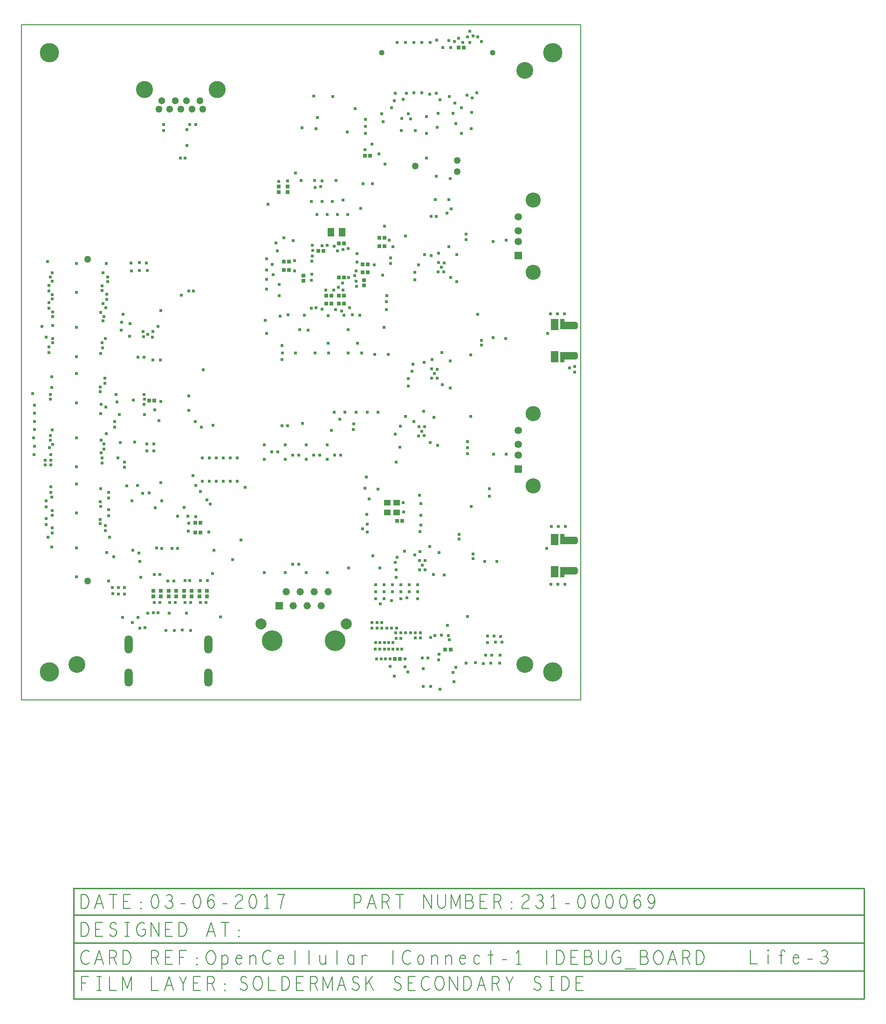
<source format=gbr>
G04 ================== begin FILE IDENTIFICATION RECORD ==================*
G04 Layout Name:  OC_Connect-1_DEBUG_Life-3.brd*
G04 Film Name:    smse.gbr*
G04 File Format:  Gerber RS274X*
G04 File Origin:  Cadence Allegro 16.6-2015-S065*
G04 Origin Date:  Mon Mar 06 16:55:42 2017*
G04 *
G04 Layer:  VIA CLASS/SOLDERMASK_BOTTOM*
G04 Layer:  PIN/SOLDERMASK_BOTTOM*
G04 Layer:  PACKAGE GEOMETRY/SOLDERMASK_BOTTOM*
G04 Layer:  DRAWING FORMAT/SMSE*
G04 Layer:  DRAWING FORMAT/FILM_LABEL_OUTLINE*
G04 Layer:  BOARD GEOMETRY/OUTLINE*
G04 Layer:  BOARD GEOMETRY/SOLDERMASK_BOTTOM*
G04 *
G04 Offset:    (0.000 0.000)*
G04 Mirror:    No*
G04 Mode:      Positive*
G04 Rotation:  0*
G04 FullContactRelief:  No*
G04 UndefLineWidth:     6.000*
G04 ================== end FILE IDENTIFICATION RECORD ====================*
%FSLAX25Y25*MOIN*%
%IR0*IPPOS*OFA0.00000B0.00000*MIA0B0*SFA1.00000B1.00000*%
%AMMACRO28*
4,1,23,-.062008,.035925,
.050071,.035925,
.052666,.035031,
.055067,.0337,
.0572,.031973,
.059001,.029901,
.060415,.027548,
.061398,.024985,
.061922,.022291,
.062008,.020645,
.062008,.000397,
.061769,-.002338,
.061058,-.004989,
.059898,-.007477,
.058324,-.009726,
.056383,-.011667,
.054134,-.013242,
.051646,-.014402,
.048995,-.015112,
.047984,-.015257,
-.034449,-.015257,
-.034449,-.035926,
-.062008,-.035926,
-.062008,.035925,
0.0*
%
%ADD28MACRO28*%
%ADD14O,.059X.13*%
%ADD11C,.12*%
%AMMACRO32*
4,1,23,-.062008,-.035926,
.050071,-.035926,
.052666,-.035032,
.055067,-.033701,
.0572,-.031974,
.059001,-.029902,
.060415,-.027549,
.061398,-.024986,
.061922,-.022292,
.062008,-.020646,
.062008,-.000398,
.061769,.002337,
.061058,.004988,
.059898,.007476,
.058324,.009725,
.056383,.011666,
.054134,.013241,
.051646,.014401,
.048995,.015111,
.047984,.015256,
-.034449,.015256,
-.034449,.035925,
-.062008,.035925,
-.062008,-.035926,
0.0*
%
%ADD32MACRO32*%
%ADD31C,.108*%
%ADD21C,.148*%
%ADD17C,.122047*%
%ADD10C,.137795*%
%ADD12C,.05*%
%ADD13C,.024*%
%ADD23R,.051X.059*%
%ADD19C,.052*%
%ADD30C,.053*%
%ADD24C,.04016*%
%ADD18R,.052X.052*%
%ADD15R,.025X.025*%
%ADD29R,.053X.053*%
%ADD20C,.079*%
%ADD16C,.051181*%
%ADD25C,.04937*%
%ADD22R,.045276X.043307*%
%ADD26R,.019685X.023622*%
%ADD27R,.055118X.07874*%
%ADD33C,.01*%
%ADD34C,.006*%
G75*
%LPD*%
G75*
G54D10*
X20000Y20000D03*
Y462677D03*
X380000Y20000D03*
Y462677D03*
G54D20*
X171226Y54508D03*
X232210D03*
G54D11*
X39718Y25300D03*
X360000D03*
Y450000D03*
G54D30*
X355118Y174942D03*
Y182816D03*
Y192659D03*
Y327642D03*
Y335516D03*
Y345359D03*
G54D12*
X47218Y84875D03*
Y315125D03*
G54D21*
X179218Y42500D03*
X224218D03*
G54D22*
X261653Y141000D03*
X268346D03*
X261653Y134000D03*
X268346D03*
G54D13*
X39218Y88000D03*
Y166750D03*
Y154500D03*
Y133750D03*
Y108750D03*
X21000Y152500D03*
Y148500D03*
X21500Y144875D03*
X22000Y135500D03*
Y132000D03*
Y123000D03*
Y119500D03*
X56300Y141700D03*
X56550Y138450D03*
X56500Y151000D03*
X56300Y129100D03*
X56400Y125900D03*
X9000Y175500D03*
X60000Y120900D03*
X57500Y169500D03*
Y173000D03*
X21000Y168000D03*
X17000D03*
X21000Y171500D03*
X17000D03*
X21000Y175375D03*
X17532Y125480D03*
Y129620D03*
Y142220D03*
Y138080D03*
X21500Y109500D03*
X60100Y124700D03*
X19000Y116500D03*
X39218Y245500D03*
X56736Y247700D03*
X39218Y233250D03*
Y212500D03*
Y187500D03*
X21500Y223500D03*
X22225Y182662D03*
X19787Y180293D03*
X8000Y219000D03*
X60250Y209250D03*
X56350Y223850D03*
X56400Y220475D03*
X57000Y185825D03*
X56876Y176845D03*
X21500Y231000D03*
X22100Y193000D03*
X59500Y226500D03*
Y230000D03*
X56945Y211315D03*
X56500Y204725D03*
X9200Y193300D03*
X20500Y215000D03*
Y218500D03*
X8500Y187500D03*
X9200Y181500D03*
Y199100D03*
Y210600D03*
Y204900D03*
X59000Y179500D03*
X20503Y185594D03*
X20500Y188994D03*
X59000Y183000D03*
X14500Y267000D03*
X39218Y266250D03*
Y291250D03*
Y312000D03*
X22218Y255250D03*
Y258400D03*
Y267850D03*
Y274150D03*
Y277300D03*
X22000Y286625D03*
Y289775D03*
Y299350D03*
X57736Y255500D03*
X57836Y251700D03*
X58218Y270875D03*
Y283475D03*
X60436Y280325D03*
X57736Y292800D03*
X57626Y296198D03*
X58218Y305525D03*
X22000Y305500D03*
X20600Y302375D03*
X19500Y279900D03*
Y283900D03*
Y292500D03*
Y296500D03*
X59037Y274175D03*
X56675Y277175D03*
X18500Y313500D03*
X19500Y248500D03*
Y252500D03*
X60000Y258275D03*
X17500Y259500D03*
X103118Y49659D03*
X109118Y49700D03*
X114918Y50100D03*
X121018Y49659D03*
X72250Y59000D03*
X62218Y85032D03*
X90118Y62100D03*
X85153Y87565D03*
X117918Y62200D03*
X105682Y62000D03*
X94798Y89700D03*
X98938D03*
X104600Y85000D03*
X109034Y85200D03*
X116917Y85299D03*
X120333D03*
X127917D03*
X132800Y85300D03*
X97716Y62390D03*
X94318Y62500D03*
X84518Y51500D03*
X88218Y51600D03*
X79387Y55432D03*
X83318Y59000D03*
X73718Y75700D03*
X73618Y80500D03*
X69318Y75800D03*
X69418Y80500D03*
X65118Y75900D03*
X65100Y80500D03*
X94868Y69650D03*
X99008D03*
X105918Y69700D03*
X110058D03*
X116918D03*
X121058D03*
X127918D03*
X132058D03*
X66000Y102500D03*
X84518Y99000D03*
X129218Y156400D03*
X100387Y108300D03*
X107649D03*
X111618Y131282D03*
X69000Y173000D03*
X99500Y155500D03*
X86700Y147800D03*
X75400Y152900D03*
X116400Y137800D03*
X124500Y153500D03*
X84000Y105000D03*
X61000Y105500D03*
X124500Y131000D03*
X119168Y120750D03*
X119518Y126300D03*
X111618Y108300D03*
X122500Y160500D03*
X128000Y149000D03*
X73500Y166500D03*
X79000Y142500D03*
X100118D03*
X95500Y137500D03*
X96450Y108800D03*
X79500Y107000D03*
X83000Y153500D03*
X73500Y170000D03*
X132500Y143000D03*
X129418Y173000D03*
X62204Y148520D03*
Y135920D03*
Y144380D03*
Y131780D03*
X62800Y116300D03*
X91200Y148100D03*
X119000Y131500D03*
X119718Y217500D03*
X124218Y199000D03*
X87918Y204000D03*
X87718Y211500D03*
X87818Y215100D03*
X83218Y244900D03*
X60500Y190500D03*
X69800Y204200D03*
X70500Y184000D03*
X81000Y184500D03*
X98218Y199740D03*
X128500Y195000D03*
X95187Y207500D03*
X119718Y207000D03*
X99418Y242932D03*
X93918D03*
X87718Y245200D03*
X79950Y214500D03*
X68200Y213000D03*
X87618Y218500D03*
X66500Y195000D03*
Y199000D03*
X67600Y218500D03*
X130000Y236000D03*
X99500Y213500D03*
X89500Y178000D03*
X94500D03*
Y183000D03*
X89500D03*
X93518Y259500D03*
X93818Y263500D03*
X87018D03*
X87118Y259700D03*
X90418Y261500D03*
X114418Y289500D03*
X99500Y278300D03*
X72618Y275800D03*
X60500Y312000D03*
X61000Y286500D03*
Y290000D03*
X61500Y299000D03*
Y302500D03*
X77418Y259900D03*
X71300Y264250D03*
X71600Y270000D03*
X119568Y292450D03*
X122968D03*
X97718Y266900D03*
X77518Y269200D03*
X78518Y306800D03*
X84418Y307100D03*
X89818D03*
X89418Y312500D03*
X84218Y312700D03*
X78418Y312500D03*
X113500Y387500D03*
X117000D03*
X118418Y407677D03*
Y396400D03*
X101557Y411443D03*
X120242Y411206D03*
X101557Y407151D03*
X124534Y411206D03*
X136500Y90500D03*
X142126Y59500D03*
X203700Y91000D03*
X173700D03*
X188700D03*
X194090Y97100D03*
X198400D03*
X151000Y100500D03*
X154218Y156400D03*
X149218D03*
X144218D03*
X139218D03*
X134218D03*
X160100Y152200D03*
X156874Y114500D03*
X134000Y120000D03*
X135000Y140000D03*
X203718Y171900D03*
X188718D03*
X134418Y173000D03*
X154418D03*
X149418D03*
X144418D03*
X139418D03*
X173718Y171900D03*
X194036Y174900D03*
X198346D03*
X137500Y107000D03*
X203700Y182400D03*
X188700D03*
X195961Y247900D03*
X186449D03*
X200962Y197700D03*
X190118Y196200D03*
X173700Y182400D03*
X186150Y196100D03*
X186118Y243500D03*
X137000Y196500D03*
X179036Y177500D03*
X183346D03*
X184150Y289200D03*
X184250Y297200D03*
X175250Y293800D03*
Y300600D03*
Y307400D03*
Y315400D03*
X179835Y303906D03*
X179401Y311265D03*
X195318Y313900D03*
X195118Y306700D03*
X186218Y253400D03*
X202200Y275200D03*
X174400Y271400D03*
X190700Y275500D03*
X175418Y262000D03*
X199018Y264700D03*
X205018Y264500D03*
X185018Y274400D03*
X200000Y371500D03*
X182087Y326700D03*
X194218Y328232D03*
X187718Y330417D03*
X176118Y354500D03*
X182918Y321100D03*
X183900Y370800D03*
X190200Y370900D03*
X196000Y376800D03*
X200500Y409000D03*
X274218Y23732D03*
X266718Y16968D03*
X263550Y24000D03*
X253800Y29500D03*
X257118D03*
X260218D03*
X263550D03*
X274218D03*
X276218Y20000D03*
X256436Y94500D03*
X251320Y103200D03*
X268118Y51500D03*
X254118Y51400D03*
X257618D03*
X261118D03*
X264618Y51500D03*
X250618Y55400D03*
X254118D03*
X274718Y48000D03*
X271218D03*
X267718Y48100D03*
X250618Y51400D03*
X271200Y44100D03*
X257618Y55400D03*
X267800Y44100D03*
X268618Y102000D03*
X267118Y98500D03*
X267850Y93200D03*
Y87700D03*
X271318Y72300D03*
X259318D03*
X253318D03*
X277318Y77300D03*
X271318D03*
X265318D03*
X259318D03*
X253318D03*
X277318Y82300D03*
X271318D03*
X265318D03*
X259318D03*
X253318D03*
X275718Y73100D03*
X256718Y68853D03*
X264718Y70987D03*
X253300Y41000D03*
X268900Y36500D03*
X265718D03*
X262600D03*
X272100D03*
X259500Y41000D03*
X262600D03*
X265718D03*
X256400D03*
X253000Y36300D03*
X256400Y36500D03*
X259500D03*
X234000Y94500D03*
X218700Y91000D03*
X247250Y125700D03*
Y120100D03*
X244018Y122232D03*
X246950Y132800D03*
X267818Y170200D03*
X254818Y150768D03*
X273247Y134484D03*
X274000Y106400D03*
X245518Y151500D03*
X246518Y159500D03*
X218718Y171900D03*
X224036Y174900D03*
X228346D03*
X213346D03*
X209036D03*
X248618Y143800D03*
X273000Y141000D03*
X218700Y182400D03*
X252662Y247000D03*
X233693Y247900D03*
X262174Y247000D03*
X219583Y247900D03*
X210071D03*
X243205D03*
X274518Y202868D03*
X254984Y205604D03*
X247110D03*
X239236D03*
X231362D03*
X223488D03*
X227518Y200668D03*
X276550Y224300D03*
Y229800D03*
X270550Y180800D03*
X267350Y190200D03*
X271018Y195700D03*
X237487Y197468D03*
X221618Y192800D03*
X237318Y193532D03*
X233887Y301900D03*
X260887Y278900D03*
X261249Y288900D03*
X260987Y284700D03*
X258318Y303778D03*
X217718Y293000D03*
X229818Y293100D03*
X239318Y306800D03*
X239618Y295700D03*
X207228Y300038D03*
X207918Y317300D03*
X252218Y311000D03*
X229618Y298100D03*
X219218Y255200D03*
X264018Y312147D03*
Y316152D03*
X240318Y255100D03*
X226518Y294900D03*
X239118Y299300D03*
X239818Y312950D03*
X207718Y304400D03*
X238318Y303500D03*
X230718Y274900D03*
X219218Y274700D03*
X239918Y319000D03*
X259418Y266500D03*
X207768Y313850D03*
X223218Y293000D03*
X224568Y279150D03*
X228950Y278104D03*
X234500Y280500D03*
X233518Y264700D03*
X207118Y280200D03*
X236500Y275500D03*
X210736Y280300D03*
X242018Y274900D03*
X214989Y279471D03*
X215000Y371200D03*
X274618Y331700D03*
X225918Y347168D03*
X218697D03*
X211218Y347200D03*
X222418Y356468D03*
X214918D03*
X207418D03*
X262918Y328700D03*
X259587Y338600D03*
X225918Y321200D03*
X255500Y390500D03*
X244300Y369100D03*
X251000Y369000D03*
X209700Y371400D03*
X224800Y371300D03*
X260000Y383000D03*
X229818Y322100D03*
X208418Y321300D03*
X230018Y357500D03*
X242718Y351500D03*
X233318Y347200D03*
X223613Y324500D03*
X218718Y325200D03*
X214818Y324800D03*
X233518Y322800D03*
X207828Y325190D03*
X265700Y324100D03*
X214000Y367200D03*
X209900Y366500D03*
X257532Y418969D03*
X276468Y419032D03*
X211500Y416500D03*
X210457Y408400D03*
X245500Y393500D03*
X267200Y433700D03*
X275400D03*
X238700Y422800D03*
X258500Y413500D03*
X264500Y423500D03*
X273000Y429500D03*
X208900Y431600D03*
X271500Y407000D03*
X266500Y428500D03*
X246000Y405132D03*
Y410131D03*
X250700Y397300D03*
X246000Y415131D03*
X232800Y406000D03*
X272100Y415600D03*
X222500Y431500D03*
X268698Y470100D03*
X274604D03*
X309218Y13032D03*
X310518Y23500D03*
X290718Y30000D03*
X286718D03*
X287218Y22500D03*
X308552Y19658D03*
X299218Y7647D03*
X292718Y9832D03*
X287218D03*
X341918Y26300D03*
X335718D03*
X330218Y26200D03*
X317918Y26300D03*
X324718Y26600D03*
X298365Y28700D03*
X286518Y96500D03*
X284618Y99700D03*
X288518Y99600D03*
X284518Y93200D03*
X288518Y93100D03*
X305918Y42900D03*
X305218Y46200D03*
X300218Y46500D03*
X295518Y46200D03*
X343518Y41500D03*
X338818Y41400D03*
X333418Y41000D03*
X342618Y45500D03*
X338018Y45700D03*
X333118Y45600D03*
X340100Y99000D03*
X331400D03*
X281718Y44500D03*
X285218D03*
X278218Y48000D03*
X285218D03*
X281718D03*
X318818Y59700D03*
X302218Y89432D03*
X292550Y44542D03*
X283318Y72300D03*
Y77300D03*
Y82300D03*
X294600Y89800D03*
X331918Y31900D03*
X336318Y32100D03*
X342118D03*
X298718Y32816D03*
X304618Y53300D03*
X322818Y100900D03*
X346500Y175700D03*
X337600Y175600D03*
X298518Y105513D03*
X285618Y125200D03*
X284718Y146400D03*
X285518Y140400D03*
X285589Y131916D03*
X281234Y103635D03*
X321618Y138400D03*
X285018Y106144D03*
X292018Y109600D03*
X313038Y118500D03*
X322818Y104300D03*
X313038Y115100D03*
X334596Y145655D03*
X334579Y151155D03*
X285000Y120500D03*
X295318Y233400D03*
X293418Y236600D03*
X297318Y236500D03*
X293400Y229900D03*
X297118Y230200D03*
X287918Y189000D03*
X284100Y188800D03*
X288118Y195300D03*
X284218Y195400D03*
X286118Y192200D03*
X297518Y182032D03*
X318787Y184800D03*
X280018Y240100D03*
X306718Y242469D03*
Y223132D03*
X321318Y202700D03*
X287918Y241500D03*
X280729Y199108D03*
X318918Y176100D03*
Y180400D03*
X293581Y243300D03*
X287581Y206500D03*
X279218Y235200D03*
X300618Y248300D03*
X301018Y225400D03*
X294818Y202200D03*
X292418Y184200D03*
X321318Y246700D03*
X300118Y309400D03*
X298218Y312600D03*
X302118Y312500D03*
X297968Y305900D03*
X301918Y306200D03*
X346400Y258400D03*
X337218Y259100D03*
X326118Y275800D03*
X288418Y318368D03*
X311418Y299132D03*
Y318468D03*
X293018Y317600D03*
X298281Y319300D03*
X281250Y300300D03*
Y305800D03*
X283918Y311200D03*
X329018Y253700D03*
X328918Y257173D03*
X306918Y302200D03*
X346718Y328626D03*
X337168Y327650D03*
X305774Y357800D03*
X295974D03*
X306618Y372700D03*
X296718Y374300D03*
X289718Y387500D03*
X318017Y329199D03*
X317916Y332894D03*
X305718Y324000D03*
X296718Y345800D03*
X307418Y351000D03*
X293056Y345800D03*
X304300Y347900D03*
X310706Y412000D03*
X278437Y415500D03*
X321468Y408532D03*
X289563Y405000D03*
X325776Y434100D03*
X318700Y432500D03*
X299350Y429050D03*
X296600Y433700D03*
X292000Y433000D03*
X286406Y434100D03*
X280500D03*
X289532Y416969D03*
X297294Y409500D03*
X308500Y419500D03*
X322000Y420000D03*
X322400Y430500D03*
X310032Y426800D03*
X306095Y431300D03*
X314500Y405000D03*
Y423500D03*
X281668Y407000D03*
X298000Y419500D03*
X280509Y470100D03*
X286415D03*
X292320D03*
X297100Y471700D03*
X305516Y471484D03*
X315700Y470100D03*
X329000Y470700D03*
X319000Y474000D03*
X322900Y474700D03*
X326300Y473900D03*
X320700Y470200D03*
X320500Y478100D03*
X309700Y470600D03*
X312569Y473100D03*
X388618Y82600D03*
X383618D03*
X378618D03*
X388818Y124100D03*
X378818D03*
X383818D03*
X375618Y108300D03*
X395500Y238500D03*
Y234500D03*
X392000Y237500D03*
X388218Y275900D03*
X378218D03*
X383218D03*
X376118Y261900D03*
G54D31*
X365787Y153013D03*
Y204746D03*
Y305713D03*
Y357446D03*
G54D23*
X221381Y334400D03*
X229255D03*
G54D32*
X391479Y114965D03*
Y268565D03*
G54D14*
X133561Y16103D03*
X76475D03*
X133561Y39567D03*
X76475D03*
G54D33*
G01X37218Y-193700D02*
X602518D01*
G01X37218Y-213700D02*
X602718D01*
Y-134771D01*
G01X37218Y-134300D02*
Y-213700D01*
G01Y-173700D02*
X602718D01*
G01X37218Y-134500D02*
X602718D01*
G01X37218Y-153700D02*
X602618D01*
G54D15*
X99618Y77870D03*
Y74130D03*
X94118Y77870D03*
Y74130D03*
X127118Y77870D03*
Y74130D03*
X110618Y77870D03*
Y74130D03*
X105118Y77870D03*
Y74130D03*
X121618Y77870D03*
Y74130D03*
X116118Y77870D03*
Y74130D03*
X124248Y119800D03*
X127988D03*
X124248Y126800D03*
X127988D03*
X91348Y214000D03*
X95088D03*
X132618Y77870D03*
Y74130D03*
X201518Y299561D03*
Y303302D03*
X187448Y313221D03*
X191188D03*
X187448Y307300D03*
X191188D03*
X190300Y363130D03*
Y366870D03*
X183800Y363130D03*
Y366870D03*
X266848Y29500D03*
X270588D03*
X272370Y128000D03*
X268630D03*
X247588Y311400D03*
X243848D03*
X230588Y289000D03*
X226848D03*
X244818Y296430D03*
Y300170D03*
X217848Y283500D03*
X221588D03*
X217848Y289000D03*
X221588D03*
X230588Y283500D03*
X226848D03*
X243848Y305700D03*
X247588D03*
X230588Y301900D03*
X226848D03*
X245630Y389000D03*
X249370D03*
X226848Y326500D03*
X230588D03*
X216088Y321095D03*
X212348D03*
X259588Y324500D03*
X255848D03*
X259588Y330500D03*
X255848D03*
X306788Y35900D03*
X303048D03*
X312530Y466300D03*
X316270D03*
G54D24*
X257591Y462596D03*
X336843D03*
G54D34*
G01X43093Y-207500D02*
Y-197500D01*
X47843D01*
G01X46093Y-202333D02*
X43093D01*
G01X53968Y-197500D02*
X56968D01*
G01X55468D02*
Y-207500D01*
G01X53968D02*
X56968D01*
G01X62968Y-197500D02*
Y-207500D01*
X67968D01*
G01X72218D02*
Y-197500D01*
X75468Y-205833D01*
X78718Y-197500D01*
Y-207500D01*
G01X92968Y-197500D02*
Y-207500D01*
X97968D01*
G01X102343D02*
X105468Y-197500D01*
X108593Y-207500D01*
G01X107468Y-204000D02*
X103468D01*
G01X115468Y-207500D02*
Y-203000D01*
X112968Y-197500D01*
G01X117968D02*
X115468Y-203000D01*
G01X127968Y-207500D02*
X122968D01*
Y-197500D01*
X127968D01*
G01X125968Y-202333D02*
X122968D01*
G01X132968Y-207500D02*
Y-197500D01*
X136093D01*
X137093Y-198000D01*
X137718Y-198667D01*
X137968Y-200000D01*
X137718Y-201333D01*
X136968Y-202167D01*
X136093Y-202667D01*
X132968D01*
G01X136093D02*
X137968Y-207500D01*
G01X145468Y-207833D02*
X145218Y-207667D01*
Y-207333D01*
X145468Y-207167D01*
X145718Y-207333D01*
Y-207667D01*
X145468Y-207833D01*
G01Y-203334D02*
X145218Y-203167D01*
Y-202833D01*
X145468Y-202667D01*
X145718Y-202833D01*
Y-203167D01*
X145468Y-203334D01*
G01X48218Y-179834D02*
X47468Y-179333D01*
X46593Y-179000D01*
X45593D01*
X44468Y-179500D01*
X43593Y-180333D01*
X42968Y-181333D01*
X42468Y-183000D01*
X42343Y-184500D01*
X42593Y-186000D01*
X42968Y-187000D01*
X43718Y-188000D01*
X44593Y-188667D01*
X45468Y-189000D01*
X46343D01*
X47218Y-188667D01*
X47968Y-188167D01*
X48593Y-187500D01*
G01X52343Y-189000D02*
X55468Y-179000D01*
X58593Y-189000D01*
G01X57468Y-185500D02*
X53468D01*
G01X62968Y-189000D02*
Y-179000D01*
X66093D01*
X67093Y-179500D01*
X67718Y-180167D01*
X67968Y-181500D01*
X67718Y-182833D01*
X66968Y-183667D01*
X66093Y-184167D01*
X62968D01*
G01X66093D02*
X67968Y-189000D01*
G01X72718D02*
Y-179000D01*
X75218D01*
X76218Y-179500D01*
X76968Y-180167D01*
X77593Y-181166D01*
X78093Y-182334D01*
X78218Y-184000D01*
X78093Y-185667D01*
X77593Y-186834D01*
X76968Y-187834D01*
X76218Y-188500D01*
X75218Y-189000D01*
X72718D01*
G01X92968D02*
Y-179000D01*
X96093D01*
X97093Y-179500D01*
X97718Y-180167D01*
X97968Y-181500D01*
X97718Y-182833D01*
X96968Y-183667D01*
X96093Y-184167D01*
X92968D01*
G01X96093D02*
X97968Y-189000D01*
G01X107968D02*
X102968D01*
Y-179000D01*
X107968D01*
G01X105968Y-183833D02*
X102968D01*
G01X113093Y-189000D02*
Y-179000D01*
X117843D01*
G01X116093Y-183833D02*
X113093D01*
G01X125468Y-189333D02*
X125218Y-189167D01*
Y-188833D01*
X125468Y-188667D01*
X125718Y-188833D01*
Y-189167D01*
X125468Y-189333D01*
G01Y-184834D02*
X125218Y-184667D01*
Y-184333D01*
X125468Y-184167D01*
X125718Y-184333D01*
Y-184667D01*
X125468Y-184834D01*
G01X135468Y-189000D02*
X134468Y-188833D01*
X133593Y-188167D01*
X132843Y-187167D01*
X132343Y-186000D01*
X132093Y-184667D01*
Y-183333D01*
X132343Y-182000D01*
X132843Y-180833D01*
X133593Y-179834D01*
X134468Y-179167D01*
X135468Y-179000D01*
X136468Y-179167D01*
X137343Y-179834D01*
X138093Y-180833D01*
X138593Y-182000D01*
X138843Y-183333D01*
Y-184667D01*
X138593Y-186000D01*
X138093Y-187167D01*
X137343Y-188167D01*
X136468Y-188833D01*
X135468Y-189000D01*
G01X143218Y-192333D02*
Y-182334D01*
G01Y-183833D02*
X143843Y-183000D01*
X144468Y-182500D01*
X145468Y-182334D01*
X146343Y-182500D01*
X147218Y-183333D01*
X147593Y-184500D01*
X147718Y-185667D01*
X147593Y-186834D01*
X147218Y-188000D01*
X146468Y-188667D01*
X145468Y-189000D01*
X144593Y-188833D01*
X143718Y-188334D01*
X143218Y-187667D01*
G01X153593Y-184500D02*
X157593D01*
X157218Y-183333D01*
X156593Y-182667D01*
X155718Y-182334D01*
X154843Y-182500D01*
X154093Y-183000D01*
X153593Y-184167D01*
X153343Y-185167D01*
Y-186167D01*
X153593Y-187167D01*
X154218Y-188167D01*
X154968Y-188833D01*
X155843Y-189000D01*
X156718Y-188667D01*
X157593Y-187667D01*
G01X163343Y-189000D02*
Y-182334D01*
G01Y-184000D02*
X163843Y-183167D01*
X164593Y-182500D01*
X165593Y-182334D01*
X166468Y-182500D01*
X167218Y-183167D01*
X167593Y-184333D01*
Y-189000D01*
G01X178218Y-179834D02*
X177468Y-179333D01*
X176593Y-179000D01*
X175593D01*
X174468Y-179500D01*
X173593Y-180333D01*
X172968Y-181333D01*
X172468Y-183000D01*
X172343Y-184500D01*
X172593Y-186000D01*
X172968Y-187000D01*
X173718Y-188000D01*
X174593Y-188667D01*
X175468Y-189000D01*
X176343D01*
X177218Y-188667D01*
X177968Y-188167D01*
X178593Y-187500D01*
G01X183593Y-184500D02*
X187593D01*
X187218Y-183333D01*
X186593Y-182667D01*
X185718Y-182334D01*
X184843Y-182500D01*
X184093Y-183000D01*
X183593Y-184167D01*
X183343Y-185167D01*
Y-186167D01*
X183593Y-187167D01*
X184218Y-188167D01*
X184968Y-188833D01*
X185843Y-189000D01*
X186718Y-188667D01*
X187593Y-187667D01*
G01X195468Y-189000D02*
Y-179000D01*
G01X205468Y-189000D02*
Y-179000D01*
G01X213343Y-182334D02*
Y-187000D01*
X213843Y-188167D01*
X214593Y-188833D01*
X215468Y-189000D01*
X216343Y-188833D01*
X217093Y-188167D01*
X217593Y-187000D01*
G01Y-189000D02*
Y-182334D01*
G01X225468Y-189000D02*
Y-179000D01*
G01X237718Y-189000D02*
Y-182334D01*
G01Y-183500D02*
X237218Y-182833D01*
X236468Y-182500D01*
X235593Y-182334D01*
X234718Y-182667D01*
X233968Y-183333D01*
X233468Y-184333D01*
X233218Y-185667D01*
X233468Y-187000D01*
X233968Y-188000D01*
X234718Y-188667D01*
X235593Y-189000D01*
X236468Y-188833D01*
X237218Y-188334D01*
X237718Y-187667D01*
G01X243718Y-189000D02*
Y-182334D01*
G01Y-183667D02*
X244343Y-183000D01*
X244968Y-182500D01*
X245843Y-182334D01*
X246468Y-182500D01*
X247218Y-183000D01*
G01X265468Y-189000D02*
Y-179000D01*
G01X278218Y-179834D02*
X277468Y-179333D01*
X276593Y-179000D01*
X275593D01*
X274468Y-179500D01*
X273593Y-180333D01*
X272968Y-181333D01*
X272468Y-183000D01*
X272343Y-184500D01*
X272593Y-186000D01*
X272968Y-187000D01*
X273718Y-188000D01*
X274593Y-188667D01*
X275468Y-189000D01*
X276343D01*
X277218Y-188667D01*
X277968Y-188167D01*
X278593Y-187500D01*
G01X285468Y-189000D02*
X284718Y-188833D01*
X283968Y-188167D01*
X283468Y-187000D01*
X283218Y-185667D01*
X283468Y-184333D01*
X283968Y-183167D01*
X284718Y-182500D01*
X285468Y-182334D01*
X286218Y-182500D01*
X286968Y-183167D01*
X287468Y-184333D01*
X287593Y-185667D01*
X287468Y-187000D01*
X286968Y-188167D01*
X286218Y-188833D01*
X285468Y-189000D01*
G01X293343D02*
Y-182334D01*
G01Y-184000D02*
X293843Y-183167D01*
X294593Y-182500D01*
X295593Y-182334D01*
X296468Y-182500D01*
X297218Y-183167D01*
X297593Y-184333D01*
Y-189000D01*
G01X303343D02*
Y-182334D01*
G01Y-184000D02*
X303843Y-183167D01*
X304593Y-182500D01*
X305593Y-182334D01*
X306468Y-182500D01*
X307218Y-183167D01*
X307593Y-184333D01*
Y-189000D01*
G01X313593Y-184500D02*
X317593D01*
X317218Y-183333D01*
X316593Y-182667D01*
X315718Y-182334D01*
X314843Y-182500D01*
X314093Y-183000D01*
X313593Y-184167D01*
X313343Y-185167D01*
Y-186167D01*
X313593Y-187167D01*
X314218Y-188167D01*
X314968Y-188833D01*
X315843Y-189000D01*
X316718Y-188667D01*
X317593Y-187667D01*
G01X327468Y-183167D02*
X326593Y-182500D01*
X325843Y-182334D01*
X324843Y-182667D01*
X324093Y-183333D01*
X323593Y-184500D01*
X323468Y-185667D01*
X323593Y-186834D01*
X324093Y-187834D01*
X324843Y-188667D01*
X325843Y-189000D01*
X326718Y-188667D01*
X327468Y-188000D01*
G01X335468Y-179000D02*
Y-189000D01*
G01X333718Y-182334D02*
X337218D01*
G01X343843Y-185667D02*
X347093D01*
G01X355468Y-189000D02*
Y-179000D01*
X353968Y-181000D01*
G01Y-189000D02*
X356968D01*
G01X375468D02*
Y-179000D01*
G01X382718Y-189000D02*
Y-179000D01*
X385218D01*
X386218Y-179500D01*
X386968Y-180167D01*
X387593Y-181166D01*
X388093Y-182334D01*
X388218Y-184000D01*
X388093Y-185667D01*
X387593Y-186834D01*
X386968Y-187834D01*
X386218Y-188500D01*
X385218Y-189000D01*
X382718D01*
G01X397968D02*
X392968D01*
Y-179000D01*
X397968D01*
G01X395968Y-183833D02*
X392968D01*
G01X406468Y-183667D02*
X406968Y-183167D01*
X407343Y-182334D01*
X407593Y-181166D01*
X407343Y-180167D01*
X406843Y-179500D01*
X405968Y-179000D01*
X402593D01*
Y-189000D01*
X406718D01*
X407593Y-188334D01*
X408093Y-187333D01*
X408343Y-186167D01*
X408093Y-185000D01*
X407343Y-184000D01*
X406468Y-183667D01*
X402593D01*
G01X412718Y-179000D02*
Y-186167D01*
X413218Y-187667D01*
X414218Y-188667D01*
X415468Y-189000D01*
X416718Y-188667D01*
X417718Y-187667D01*
X418218Y-186167D01*
Y-179000D01*
G01X426218Y-184000D02*
X428718D01*
Y-187000D01*
X427968Y-188000D01*
X427093Y-188667D01*
X425843Y-189000D01*
X424593Y-188667D01*
X423718Y-188000D01*
X422968Y-187000D01*
X422468Y-185833D01*
X422218Y-184500D01*
Y-183333D01*
X422468Y-182334D01*
X422968Y-181166D01*
X423718Y-180167D01*
X424468Y-179500D01*
X425468Y-179000D01*
X426343D01*
X427343Y-179333D01*
X428093Y-180000D01*
G01X431718Y-192333D02*
X439218D01*
G01X446468Y-183667D02*
X446968Y-183167D01*
X447343Y-182334D01*
X447593Y-181166D01*
X447343Y-180167D01*
X446843Y-179500D01*
X445968Y-179000D01*
X442593D01*
Y-189000D01*
X446718D01*
X447593Y-188334D01*
X448093Y-187333D01*
X448343Y-186167D01*
X448093Y-185000D01*
X447343Y-184000D01*
X446468Y-183667D01*
X442593D01*
G01X455468Y-189000D02*
X454468Y-188833D01*
X453593Y-188167D01*
X452843Y-187167D01*
X452343Y-186000D01*
X452093Y-184667D01*
Y-183333D01*
X452343Y-182000D01*
X452843Y-180833D01*
X453593Y-179834D01*
X454468Y-179167D01*
X455468Y-179000D01*
X456468Y-179167D01*
X457343Y-179834D01*
X458093Y-180833D01*
X458593Y-182000D01*
X458843Y-183333D01*
Y-184667D01*
X458593Y-186000D01*
X458093Y-187167D01*
X457343Y-188167D01*
X456468Y-188833D01*
X455468Y-189000D01*
G01X462343D02*
X465468Y-179000D01*
X468593Y-189000D01*
G01X467468Y-185500D02*
X463468D01*
G01X472968Y-189000D02*
Y-179000D01*
X476093D01*
X477093Y-179500D01*
X477718Y-180167D01*
X477968Y-181500D01*
X477718Y-182833D01*
X476968Y-183667D01*
X476093Y-184167D01*
X472968D01*
G01X476093D02*
X477968Y-189000D01*
G01X482718D02*
Y-179000D01*
X485218D01*
X486218Y-179500D01*
X486968Y-180167D01*
X487593Y-181166D01*
X488093Y-182334D01*
X488218Y-184000D01*
X488093Y-185667D01*
X487593Y-186834D01*
X486968Y-187834D01*
X486218Y-188500D01*
X485218Y-189000D01*
X482718D01*
G01X42718Y-149000D02*
Y-139000D01*
X45218D01*
X46218Y-139500D01*
X46968Y-140167D01*
X47593Y-141166D01*
X48093Y-142334D01*
X48218Y-144000D01*
X48093Y-145667D01*
X47593Y-146834D01*
X46968Y-147834D01*
X46218Y-148500D01*
X45218Y-149000D01*
X42718D01*
G01X52343D02*
X55468Y-139000D01*
X58593Y-149000D01*
G01X57468Y-145500D02*
X53468D01*
G01X65468Y-139000D02*
Y-149000D01*
G01X62593Y-139000D02*
X68343D01*
G01X77968Y-149000D02*
X72968D01*
Y-139000D01*
X77968D01*
G01X75968Y-143833D02*
X72968D01*
G01X85468Y-149333D02*
X85218Y-149167D01*
Y-148833D01*
X85468Y-148667D01*
X85718Y-148833D01*
Y-149167D01*
X85468Y-149333D01*
G01Y-144834D02*
X85218Y-144667D01*
Y-144333D01*
X85468Y-144167D01*
X85718Y-144333D01*
Y-144667D01*
X85468Y-144834D01*
G01X95468Y-139000D02*
X94468Y-139333D01*
X93718Y-140167D01*
X93218Y-141166D01*
X92843Y-142500D01*
X92718Y-144000D01*
X92843Y-145500D01*
X93218Y-146834D01*
X93718Y-147834D01*
X94468Y-148667D01*
X95468Y-149000D01*
X96468Y-148667D01*
X97218Y-147834D01*
X97718Y-146834D01*
X98093Y-145500D01*
X98218Y-144000D01*
X98093Y-142500D01*
X97718Y-141166D01*
X97218Y-140167D01*
X96468Y-139333D01*
X95468Y-139000D01*
G01X102718Y-147000D02*
X103468Y-148167D01*
X104468Y-148833D01*
X105593Y-149000D01*
X106593Y-148833D01*
X107593Y-148000D01*
X108218Y-147000D01*
X108343Y-146000D01*
X108093Y-144834D01*
X107218Y-144000D01*
X106343Y-143667D01*
X105218D01*
G01X106343D02*
X107093Y-143167D01*
X107718Y-142334D01*
X107968Y-141333D01*
X107718Y-140333D01*
X107093Y-139500D01*
X105968Y-139000D01*
X104843Y-139167D01*
X103718Y-139834D01*
G01X113843Y-145667D02*
X117093D01*
G01X125468Y-139000D02*
X124468Y-139333D01*
X123718Y-140167D01*
X123218Y-141166D01*
X122843Y-142500D01*
X122718Y-144000D01*
X122843Y-145500D01*
X123218Y-146834D01*
X123718Y-147834D01*
X124468Y-148667D01*
X125468Y-149000D01*
X126468Y-148667D01*
X127218Y-147834D01*
X127718Y-146834D01*
X128093Y-145500D01*
X128218Y-144000D01*
X128093Y-142500D01*
X127718Y-141166D01*
X127218Y-140167D01*
X126468Y-139333D01*
X125468Y-139000D01*
G01X133093Y-144834D02*
X133968Y-143667D01*
X134718Y-143000D01*
X135718Y-142667D01*
X136593Y-143000D01*
X137218Y-143667D01*
X137718Y-144667D01*
X137843Y-145833D01*
X137718Y-146834D01*
X137218Y-147834D01*
X136468Y-148667D01*
X135593Y-149000D01*
X134593Y-148667D01*
X133718Y-147667D01*
X133218Y-146167D01*
X133093Y-144500D01*
X133343Y-142334D01*
X133718Y-141166D01*
X134343Y-140000D01*
X135218Y-139167D01*
X136093Y-139000D01*
X136968Y-139333D01*
X137593Y-140167D01*
G01X143843Y-145667D02*
X147093D01*
G01X153093Y-140667D02*
X153843Y-139667D01*
X154718Y-139167D01*
X155718Y-139000D01*
X156968Y-139333D01*
X157843Y-140167D01*
X158093Y-141166D01*
X157968Y-142167D01*
X157468Y-143000D01*
X154968Y-144667D01*
X153843Y-145833D01*
X153093Y-147500D01*
X152843Y-149000D01*
X158093D01*
G01X165468Y-139000D02*
X164468Y-139333D01*
X163718Y-140167D01*
X163218Y-141166D01*
X162843Y-142500D01*
X162718Y-144000D01*
X162843Y-145500D01*
X163218Y-146834D01*
X163718Y-147834D01*
X164468Y-148667D01*
X165468Y-149000D01*
X166468Y-148667D01*
X167218Y-147834D01*
X167718Y-146834D01*
X168093Y-145500D01*
X168218Y-144000D01*
X168093Y-142500D01*
X167718Y-141166D01*
X167218Y-140167D01*
X166468Y-139333D01*
X165468Y-139000D01*
G01X175468Y-149000D02*
Y-139000D01*
X173968Y-141000D01*
G01Y-149000D02*
X176968D01*
G01X185218D02*
X185468Y-146834D01*
X185843Y-145000D01*
X186343Y-143333D01*
X186968Y-141500D01*
X187968Y-139000D01*
X182968D01*
G01X42718Y-169000D02*
Y-159000D01*
X45218D01*
X46218Y-159500D01*
X46968Y-160167D01*
X47593Y-161166D01*
X48093Y-162334D01*
X48218Y-164000D01*
X48093Y-165667D01*
X47593Y-166834D01*
X46968Y-167834D01*
X46218Y-168500D01*
X45218Y-169000D01*
X42718D01*
G01X57968D02*
X52968D01*
Y-159000D01*
X57968D01*
G01X55968Y-163833D02*
X52968D01*
G01X62843Y-167667D02*
X63843Y-168500D01*
X64968Y-169000D01*
X65968D01*
X66968Y-168500D01*
X67718Y-167667D01*
X68093Y-166500D01*
X67843Y-165334D01*
X67218Y-164333D01*
X66093Y-163667D01*
X64593Y-163333D01*
X63718Y-162667D01*
X63343Y-161500D01*
X63593Y-160333D01*
X64218Y-159500D01*
X65093Y-159000D01*
X65968D01*
X66843Y-159333D01*
X67593Y-160167D01*
G01X73968Y-159000D02*
X76968D01*
G01X75468D02*
Y-169000D01*
G01X73968D02*
X76968D01*
G01X86218Y-164000D02*
X88718D01*
Y-167000D01*
X87968Y-168000D01*
X87093Y-168667D01*
X85843Y-169000D01*
X84593Y-168667D01*
X83718Y-168000D01*
X82968Y-167000D01*
X82468Y-165833D01*
X82218Y-164500D01*
Y-163333D01*
X82468Y-162334D01*
X82968Y-161166D01*
X83718Y-160167D01*
X84468Y-159500D01*
X85468Y-159000D01*
X86343D01*
X87343Y-159333D01*
X88093Y-160000D01*
G01X92593Y-169000D02*
Y-159000D01*
X98343Y-169000D01*
Y-159000D01*
G01X107968Y-169000D02*
X102968D01*
Y-159000D01*
X107968D01*
G01X105968Y-163833D02*
X102968D01*
G01X112718Y-169000D02*
Y-159000D01*
X115218D01*
X116218Y-159500D01*
X116968Y-160167D01*
X117593Y-161166D01*
X118093Y-162334D01*
X118218Y-164000D01*
X118093Y-165667D01*
X117593Y-166834D01*
X116968Y-167834D01*
X116218Y-168500D01*
X115218Y-169000D01*
X112718D01*
G01X132343D02*
X135468Y-159000D01*
X138593Y-169000D01*
G01X137468Y-165500D02*
X133468D01*
G01X145468Y-159000D02*
Y-169000D01*
G01X142593Y-159000D02*
X148343D01*
G01X155468Y-169333D02*
X155218Y-169167D01*
Y-168833D01*
X155468Y-168667D01*
X155718Y-168833D01*
Y-169167D01*
X155468Y-169333D01*
G01Y-164834D02*
X155218Y-164667D01*
Y-164333D01*
X155468Y-164167D01*
X155718Y-164333D01*
Y-164667D01*
X155468Y-164834D01*
G01X0Y0D02*
X400000D01*
Y482677D01*
X0D01*
Y0D01*
G01X156343Y-206167D02*
X157343Y-207000D01*
X158468Y-207500D01*
X159468D01*
X160468Y-207000D01*
X161218Y-206167D01*
X161593Y-205000D01*
X161343Y-203834D01*
X160718Y-202833D01*
X159593Y-202167D01*
X158093Y-201833D01*
X157218Y-201167D01*
X156843Y-200000D01*
X157093Y-198833D01*
X157718Y-198000D01*
X158593Y-197500D01*
X159468D01*
X160343Y-197833D01*
X161093Y-198667D01*
G01X168968Y-207500D02*
X167968Y-207333D01*
X167093Y-206667D01*
X166343Y-205667D01*
X165843Y-204500D01*
X165593Y-203167D01*
Y-201833D01*
X165843Y-200500D01*
X166343Y-199333D01*
X167093Y-198334D01*
X167968Y-197667D01*
X168968Y-197500D01*
X169968Y-197667D01*
X170843Y-198334D01*
X171593Y-199333D01*
X172093Y-200500D01*
X172343Y-201833D01*
Y-203167D01*
X172093Y-204500D01*
X171593Y-205667D01*
X170843Y-206667D01*
X169968Y-207333D01*
X168968Y-207500D01*
G01X176468Y-197500D02*
Y-207500D01*
X181468D01*
G01X186218D02*
Y-197500D01*
X188718D01*
X189718Y-198000D01*
X190468Y-198667D01*
X191093Y-199666D01*
X191593Y-200834D01*
X191718Y-202500D01*
X191593Y-204167D01*
X191093Y-205334D01*
X190468Y-206334D01*
X189718Y-207000D01*
X188718Y-207500D01*
X186218D01*
G01X201468D02*
X196468D01*
Y-197500D01*
X201468D01*
G01X199468Y-202333D02*
X196468D01*
G01X206468Y-207500D02*
Y-197500D01*
X209593D01*
X210593Y-198000D01*
X211218Y-198667D01*
X211468Y-200000D01*
X211218Y-201333D01*
X210468Y-202167D01*
X209593Y-202667D01*
X206468D01*
G01X209593D02*
X211468Y-207500D01*
G01X215718D02*
Y-197500D01*
X218968Y-205833D01*
X222218Y-197500D01*
Y-207500D01*
G01X225843D02*
X228968Y-197500D01*
X232093Y-207500D01*
G01X230968Y-204000D02*
X226968D01*
G01X236343Y-206167D02*
X237343Y-207000D01*
X238468Y-207500D01*
X239468D01*
X240468Y-207000D01*
X241218Y-206167D01*
X241593Y-205000D01*
X241343Y-203834D01*
X240718Y-202833D01*
X239593Y-202167D01*
X238093Y-201833D01*
X237218Y-201167D01*
X236843Y-200000D01*
X237093Y-198833D01*
X237718Y-198000D01*
X238593Y-197500D01*
X239468D01*
X240343Y-197833D01*
X241093Y-198667D01*
G01X246218Y-207500D02*
Y-197500D01*
G01X250968D02*
X246218Y-203667D01*
G01X251718Y-207500D02*
X248343Y-200834D01*
G01X266343Y-206167D02*
X267343Y-207000D01*
X268468Y-207500D01*
X269468D01*
X270468Y-207000D01*
X271218Y-206167D01*
X271593Y-205000D01*
X271343Y-203834D01*
X270718Y-202833D01*
X269593Y-202167D01*
X268093Y-201833D01*
X267218Y-201167D01*
X266843Y-200000D01*
X267093Y-198833D01*
X267718Y-198000D01*
X268593Y-197500D01*
X269468D01*
X270343Y-197833D01*
X271093Y-198667D01*
G01X281468Y-207500D02*
X276468D01*
Y-197500D01*
X281468D01*
G01X279468Y-202333D02*
X276468D01*
G01X291718Y-198334D02*
X290968Y-197833D01*
X290093Y-197500D01*
X289093D01*
X287968Y-198000D01*
X287093Y-198833D01*
X286468Y-199833D01*
X285968Y-201500D01*
X285843Y-203000D01*
X286093Y-204500D01*
X286468Y-205500D01*
X287218Y-206500D01*
X288093Y-207167D01*
X288968Y-207500D01*
X289843D01*
X290718Y-207167D01*
X291468Y-206667D01*
X292093Y-206000D01*
G01X298968Y-207500D02*
X297968Y-207333D01*
X297093Y-206667D01*
X296343Y-205667D01*
X295843Y-204500D01*
X295593Y-203167D01*
Y-201833D01*
X295843Y-200500D01*
X296343Y-199333D01*
X297093Y-198334D01*
X297968Y-197667D01*
X298968Y-197500D01*
X299968Y-197667D01*
X300843Y-198334D01*
X301593Y-199333D01*
X302093Y-200500D01*
X302343Y-201833D01*
Y-203167D01*
X302093Y-204500D01*
X301593Y-205667D01*
X300843Y-206667D01*
X299968Y-207333D01*
X298968Y-207500D01*
G01X306093D02*
Y-197500D01*
X311843Y-207500D01*
Y-197500D01*
G01X316218Y-207500D02*
Y-197500D01*
X318718D01*
X319718Y-198000D01*
X320468Y-198667D01*
X321093Y-199666D01*
X321593Y-200834D01*
X321718Y-202500D01*
X321593Y-204167D01*
X321093Y-205334D01*
X320468Y-206334D01*
X319718Y-207000D01*
X318718Y-207500D01*
X316218D01*
G01X325843D02*
X328968Y-197500D01*
X332093Y-207500D01*
G01X330968Y-204000D02*
X326968D01*
G01X336468Y-207500D02*
Y-197500D01*
X339593D01*
X340593Y-198000D01*
X341218Y-198667D01*
X341468Y-200000D01*
X341218Y-201333D01*
X340468Y-202167D01*
X339593Y-202667D01*
X336468D01*
G01X339593D02*
X341468Y-207500D01*
G01X348968D02*
Y-203000D01*
X346468Y-197500D01*
G01X351468D02*
X348968Y-203000D01*
G01X366343Y-206167D02*
X367343Y-207000D01*
X368468Y-207500D01*
X369468D01*
X370468Y-207000D01*
X371218Y-206167D01*
X371593Y-205000D01*
X371343Y-203834D01*
X370718Y-202833D01*
X369593Y-202167D01*
X368093Y-201833D01*
X367218Y-201167D01*
X366843Y-200000D01*
X367093Y-198833D01*
X367718Y-198000D01*
X368593Y-197500D01*
X369468D01*
X370343Y-197833D01*
X371093Y-198667D01*
G01X377468Y-197500D02*
X380468D01*
G01X378968D02*
Y-207500D01*
G01X377468D02*
X380468D01*
G01X386218D02*
Y-197500D01*
X388718D01*
X389718Y-198000D01*
X390468Y-198667D01*
X391093Y-199666D01*
X391593Y-200834D01*
X391718Y-202500D01*
X391593Y-204167D01*
X391093Y-205334D01*
X390468Y-206334D01*
X389718Y-207000D01*
X388718Y-207500D01*
X386218D01*
G01X401468D02*
X396468D01*
Y-197500D01*
X401468D01*
G01X399468Y-202333D02*
X396468D01*
G01X237968Y-149000D02*
Y-139000D01*
X240968D01*
X241968Y-139500D01*
X242718Y-140667D01*
X242968Y-142000D01*
X242718Y-143333D01*
X242093Y-144333D01*
X240968Y-144834D01*
X237968D01*
G01X247343Y-149000D02*
X250468Y-139000D01*
X253593Y-149000D01*
G01X252468Y-145500D02*
X248468D01*
G01X257968Y-149000D02*
Y-139000D01*
X261093D01*
X262093Y-139500D01*
X262718Y-140167D01*
X262968Y-141500D01*
X262718Y-142833D01*
X261968Y-143667D01*
X261093Y-144167D01*
X257968D01*
G01X261093D02*
X262968Y-149000D01*
G01X270468Y-139000D02*
Y-149000D01*
G01X267593Y-139000D02*
X273343D01*
G01X287593Y-149000D02*
Y-139000D01*
X293343Y-149000D01*
Y-139000D01*
G01X297718D02*
Y-146167D01*
X298218Y-147667D01*
X299218Y-148667D01*
X300468Y-149000D01*
X301718Y-148667D01*
X302718Y-147667D01*
X303218Y-146167D01*
Y-139000D01*
G01X307218Y-149000D02*
Y-139000D01*
X310468Y-147333D01*
X313718Y-139000D01*
Y-149000D01*
G01X321468Y-143667D02*
X321968Y-143167D01*
X322343Y-142334D01*
X322593Y-141166D01*
X322343Y-140167D01*
X321843Y-139500D01*
X320968Y-139000D01*
X317593D01*
Y-149000D01*
X321718D01*
X322593Y-148334D01*
X323093Y-147333D01*
X323343Y-146167D01*
X323093Y-145000D01*
X322343Y-144000D01*
X321468Y-143667D01*
X317593D01*
G01X332968Y-149000D02*
X327968D01*
Y-139000D01*
X332968D01*
G01X330968Y-143833D02*
X327968D01*
G01X337968Y-149000D02*
Y-139000D01*
X341093D01*
X342093Y-139500D01*
X342718Y-140167D01*
X342968Y-141500D01*
X342718Y-142833D01*
X341968Y-143667D01*
X341093Y-144167D01*
X337968D01*
G01X341093D02*
X342968Y-149000D01*
G01X350468Y-149333D02*
X350218Y-149167D01*
Y-148833D01*
X350468Y-148667D01*
X350718Y-148833D01*
Y-149167D01*
X350468Y-149333D01*
G01Y-144834D02*
X350218Y-144667D01*
Y-144333D01*
X350468Y-144167D01*
X350718Y-144333D01*
Y-144667D01*
X350468Y-144834D01*
G01X358093Y-140667D02*
X358843Y-139667D01*
X359718Y-139167D01*
X360718Y-139000D01*
X361968Y-139333D01*
X362843Y-140167D01*
X363093Y-141166D01*
X362968Y-142167D01*
X362468Y-143000D01*
X359968Y-144667D01*
X358843Y-145833D01*
X358093Y-147500D01*
X357843Y-149000D01*
X363093D01*
G01X367718Y-147000D02*
X368468Y-148167D01*
X369468Y-148833D01*
X370593Y-149000D01*
X371593Y-148833D01*
X372593Y-148000D01*
X373218Y-147000D01*
X373343Y-146000D01*
X373093Y-144834D01*
X372218Y-144000D01*
X371343Y-143667D01*
X370218D01*
G01X371343D02*
X372093Y-143167D01*
X372718Y-142334D01*
X372968Y-141333D01*
X372718Y-140333D01*
X372093Y-139500D01*
X370968Y-139000D01*
X369843Y-139167D01*
X368718Y-139834D01*
G01X380468Y-149000D02*
Y-139000D01*
X378968Y-141000D01*
G01Y-149000D02*
X381968D01*
G01X388843Y-145667D02*
X392093D01*
G01X400468Y-139000D02*
X399468Y-139333D01*
X398718Y-140167D01*
X398218Y-141166D01*
X397843Y-142500D01*
X397718Y-144000D01*
X397843Y-145500D01*
X398218Y-146834D01*
X398718Y-147834D01*
X399468Y-148667D01*
X400468Y-149000D01*
X401468Y-148667D01*
X402218Y-147834D01*
X402718Y-146834D01*
X403093Y-145500D01*
X403218Y-144000D01*
X403093Y-142500D01*
X402718Y-141166D01*
X402218Y-140167D01*
X401468Y-139333D01*
X400468Y-139000D01*
G01X410468D02*
X409468Y-139333D01*
X408718Y-140167D01*
X408218Y-141166D01*
X407843Y-142500D01*
X407718Y-144000D01*
X407843Y-145500D01*
X408218Y-146834D01*
X408718Y-147834D01*
X409468Y-148667D01*
X410468Y-149000D01*
X411468Y-148667D01*
X412218Y-147834D01*
X412718Y-146834D01*
X413093Y-145500D01*
X413218Y-144000D01*
X413093Y-142500D01*
X412718Y-141166D01*
X412218Y-140167D01*
X411468Y-139333D01*
X410468Y-139000D01*
G01X420468D02*
X419468Y-139333D01*
X418718Y-140167D01*
X418218Y-141166D01*
X417843Y-142500D01*
X417718Y-144000D01*
X417843Y-145500D01*
X418218Y-146834D01*
X418718Y-147834D01*
X419468Y-148667D01*
X420468Y-149000D01*
X421468Y-148667D01*
X422218Y-147834D01*
X422718Y-146834D01*
X423093Y-145500D01*
X423218Y-144000D01*
X423093Y-142500D01*
X422718Y-141166D01*
X422218Y-140167D01*
X421468Y-139333D01*
X420468Y-139000D01*
G01X430468D02*
X429468Y-139333D01*
X428718Y-140167D01*
X428218Y-141166D01*
X427843Y-142500D01*
X427718Y-144000D01*
X427843Y-145500D01*
X428218Y-146834D01*
X428718Y-147834D01*
X429468Y-148667D01*
X430468Y-149000D01*
X431468Y-148667D01*
X432218Y-147834D01*
X432718Y-146834D01*
X433093Y-145500D01*
X433218Y-144000D01*
X433093Y-142500D01*
X432718Y-141166D01*
X432218Y-140167D01*
X431468Y-139333D01*
X430468Y-139000D01*
G01X438093Y-144834D02*
X438968Y-143667D01*
X439718Y-143000D01*
X440718Y-142667D01*
X441593Y-143000D01*
X442218Y-143667D01*
X442718Y-144667D01*
X442843Y-145833D01*
X442718Y-146834D01*
X442218Y-147834D01*
X441468Y-148667D01*
X440593Y-149000D01*
X439593Y-148667D01*
X438718Y-147667D01*
X438218Y-146167D01*
X438093Y-144500D01*
X438343Y-142334D01*
X438718Y-141166D01*
X439343Y-140000D01*
X440218Y-139167D01*
X441093Y-139000D01*
X441968Y-139333D01*
X442593Y-140167D01*
G01X448343Y-147834D02*
X449218Y-148667D01*
X450218Y-149000D01*
X451218Y-148667D01*
X452093Y-147667D01*
X452718Y-146167D01*
X452968Y-144667D01*
Y-142833D01*
X452718Y-141333D01*
X452093Y-140000D01*
X451343Y-139333D01*
X450468Y-139000D01*
X449468Y-139333D01*
X448718Y-140000D01*
X448218Y-141000D01*
X447968Y-142334D01*
X448218Y-143500D01*
X448843Y-144667D01*
X449593Y-145334D01*
X450468Y-145500D01*
X451468Y-145167D01*
X452218Y-144333D01*
X452968Y-142833D01*
G01X521418Y-178733D02*
Y-188733D01*
X526418D01*
G01X533918Y-182067D02*
Y-188733D01*
G01Y-179400D02*
X533668Y-179234D01*
Y-178900D01*
X533918Y-178733D01*
X534168Y-178900D01*
Y-179234D01*
X533918Y-179400D01*
G01X543168Y-188733D02*
Y-180233D01*
X543418Y-179400D01*
X543918Y-178900D01*
X544668Y-178733D01*
X545418Y-179067D01*
X545793Y-179900D01*
G01X544293Y-182734D02*
X541793D01*
G01X552043Y-184233D02*
X556043D01*
X555668Y-183067D01*
X555043Y-182400D01*
X554168Y-182067D01*
X553293Y-182234D01*
X552543Y-182734D01*
X552043Y-183900D01*
X551793Y-184900D01*
Y-185900D01*
X552043Y-186900D01*
X552668Y-187900D01*
X553418Y-188567D01*
X554293Y-188733D01*
X555168Y-188400D01*
X556043Y-187400D01*
G01X562293Y-185400D02*
X565543D01*
G01X571168Y-186734D02*
X571918Y-187900D01*
X572918Y-188567D01*
X574043Y-188733D01*
X575043Y-188567D01*
X576043Y-187734D01*
X576668Y-186734D01*
X576793Y-185733D01*
X576543Y-184567D01*
X575668Y-183734D01*
X574793Y-183400D01*
X573668D01*
G01X574793D02*
X575543Y-182900D01*
X576168Y-182067D01*
X576418Y-181067D01*
X576168Y-180067D01*
X575543Y-179234D01*
X574418Y-178733D01*
X573293Y-178900D01*
X572168Y-179567D01*
G54D25*
X311618Y377600D03*
Y385600D03*
X281618Y381600D03*
G54D16*
X109981Y428408D03*
X117855D03*
X100139D03*
X127698D03*
X98170Y422502D03*
X106044D03*
X113918D03*
X121792D03*
X129666D03*
G54D26*
X306856Y466300D03*
X301344D03*
G54D17*
X88052Y436282D03*
X139784D03*
G54D27*
X381420Y91786D03*
Y114620D03*
Y245386D03*
Y268220D03*
G54D18*
X184218Y67500D03*
G54D19*
X189218Y77500D03*
X194218Y67500D03*
X199218Y77500D03*
X204218Y67500D03*
X209218Y77500D03*
X214218Y67500D03*
X219218Y77500D03*
G54D28*
X391479Y91442D03*
Y245042D03*
G54D29*
X355118Y165100D03*
Y317800D03*
M02*

</source>
